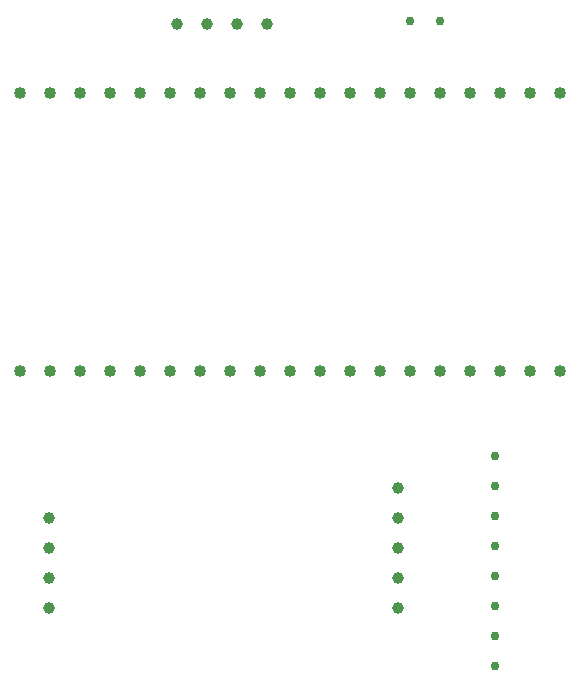
<source format=gbr>
%TF.GenerationSoftware,Altium Limited,Altium Designer,24.6.1 (21)*%
G04 Layer_Color=0*
%FSLAX45Y45*%
%MOMM*%
%TF.SameCoordinates,4AD75283-6A23-4CB8-A15C-AB691BBDECAE*%
%TF.FilePolarity,Positive*%
%TF.FileFunction,Plated,1,2,PTH,Drill*%
%TF.Part,Single*%
G01*
G75*
%TA.AperFunction,ComponentDrill*%
%ADD23C,1.02000*%
%ADD24C,0.76200*%
%ADD25C,1.00000*%
D23*
X736035Y5343328D02*
D03*
X990035D02*
D03*
X1244035D02*
D03*
X1498035D02*
D03*
X1752035D02*
D03*
X2006035D02*
D03*
X2260035D02*
D03*
X2514035D02*
D03*
X2768035D02*
D03*
X3022035D02*
D03*
X3276035D02*
D03*
X3530035D02*
D03*
X3784035D02*
D03*
X4038035D02*
D03*
X4292035D02*
D03*
X4546035D02*
D03*
X5054035D02*
D03*
X5308035D02*
D03*
X4800035D02*
D03*
X5309035Y2993828D02*
D03*
X5055035D02*
D03*
X4801035D02*
D03*
X4547035D02*
D03*
X4293035D02*
D03*
X4039035D02*
D03*
X3785035D02*
D03*
X3531035D02*
D03*
X3277035D02*
D03*
X3023035D02*
D03*
X2769035D02*
D03*
X2515035D02*
D03*
X2261035D02*
D03*
X2007035D02*
D03*
X1753035D02*
D03*
X1499035D02*
D03*
X1245035D02*
D03*
X991035D02*
D03*
X737035D02*
D03*
D24*
X4292035Y5952928D02*
D03*
X4038035D02*
D03*
X4761935Y491928D02*
D03*
Y745928D02*
D03*
Y999928D02*
D03*
Y1253928D02*
D03*
Y1507928D02*
D03*
Y1761928D02*
D03*
Y2015928D02*
D03*
Y2269928D02*
D03*
D25*
X2831535Y5927528D02*
D03*
X2577535D02*
D03*
X2323535D02*
D03*
X2069535D02*
D03*
X3936435Y2003228D02*
D03*
Y1749228D02*
D03*
Y1495228D02*
D03*
Y1241228D02*
D03*
Y987228D02*
D03*
X982435Y1749228D02*
D03*
Y1495228D02*
D03*
Y1241228D02*
D03*
Y987228D02*
D03*
%TF.MD5,b464227d308fffd8524a328580e7bb83*%
M02*

</source>
